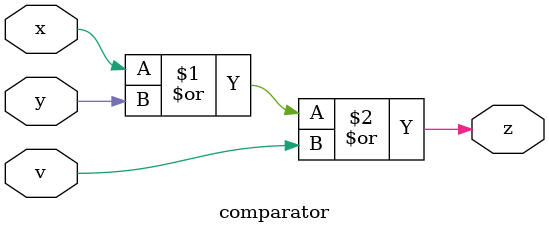
<source format=v>

module comparator(
	input x,
	input y,
        input v,
	output z 
	); 
	// z is a single bit comparator 

	assign z = (x|y|v) ;
	endmodule
</source>
